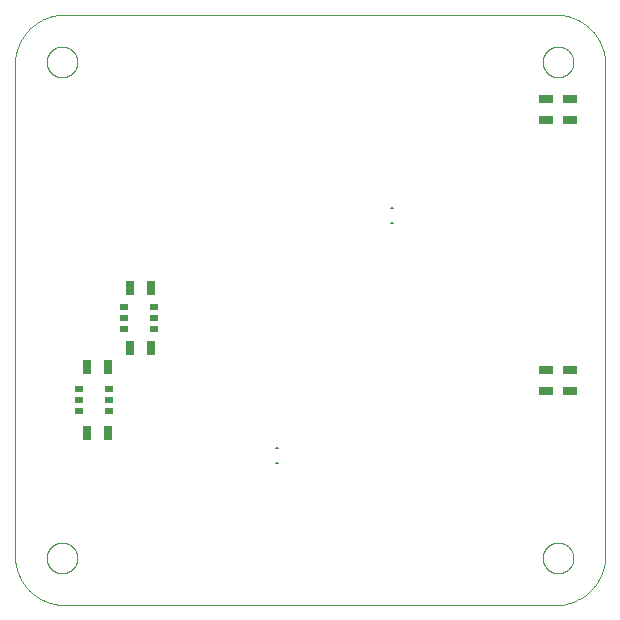
<source format=gtp>
G75*
%MOIN*%
%OFA0B0*%
%FSLAX25Y25*%
%IPPOS*%
%LPD*%
%AMOC8*
5,1,8,0,0,1.08239X$1,22.5*
%
%ADD10C,0.00000*%
%ADD11R,0.03150X0.02008*%
%ADD12R,0.03150X0.04724*%
%ADD13R,0.04724X0.03150*%
%ADD14C,0.00800*%
D10*
X0001000Y0017703D02*
X0001000Y0181147D01*
X0011630Y0182102D02*
X0011632Y0182245D01*
X0011638Y0182388D01*
X0011648Y0182530D01*
X0011662Y0182672D01*
X0011680Y0182814D01*
X0011702Y0182956D01*
X0011727Y0183096D01*
X0011757Y0183236D01*
X0011791Y0183375D01*
X0011828Y0183513D01*
X0011870Y0183650D01*
X0011915Y0183785D01*
X0011964Y0183919D01*
X0012016Y0184052D01*
X0012072Y0184184D01*
X0012132Y0184313D01*
X0012196Y0184441D01*
X0012263Y0184568D01*
X0012334Y0184692D01*
X0012408Y0184814D01*
X0012485Y0184934D01*
X0012566Y0185052D01*
X0012650Y0185168D01*
X0012737Y0185281D01*
X0012827Y0185392D01*
X0012921Y0185500D01*
X0013017Y0185606D01*
X0013116Y0185708D01*
X0013219Y0185808D01*
X0013323Y0185905D01*
X0013431Y0186000D01*
X0013541Y0186091D01*
X0013654Y0186179D01*
X0013769Y0186263D01*
X0013886Y0186345D01*
X0014006Y0186423D01*
X0014127Y0186498D01*
X0014251Y0186570D01*
X0014377Y0186638D01*
X0014504Y0186702D01*
X0014634Y0186763D01*
X0014765Y0186820D01*
X0014897Y0186874D01*
X0015031Y0186923D01*
X0015166Y0186970D01*
X0015303Y0187012D01*
X0015441Y0187050D01*
X0015579Y0187085D01*
X0015719Y0187115D01*
X0015859Y0187142D01*
X0016000Y0187165D01*
X0016142Y0187184D01*
X0016284Y0187199D01*
X0016427Y0187210D01*
X0016569Y0187217D01*
X0016712Y0187220D01*
X0016855Y0187219D01*
X0016998Y0187214D01*
X0017141Y0187205D01*
X0017283Y0187192D01*
X0017425Y0187175D01*
X0017566Y0187154D01*
X0017707Y0187129D01*
X0017847Y0187101D01*
X0017986Y0187068D01*
X0018124Y0187031D01*
X0018261Y0186991D01*
X0018397Y0186947D01*
X0018532Y0186899D01*
X0018665Y0186847D01*
X0018797Y0186792D01*
X0018927Y0186733D01*
X0019056Y0186670D01*
X0019182Y0186604D01*
X0019307Y0186534D01*
X0019430Y0186461D01*
X0019550Y0186385D01*
X0019669Y0186305D01*
X0019785Y0186221D01*
X0019899Y0186135D01*
X0020010Y0186045D01*
X0020119Y0185953D01*
X0020225Y0185857D01*
X0020329Y0185759D01*
X0020430Y0185657D01*
X0020527Y0185553D01*
X0020622Y0185446D01*
X0020714Y0185337D01*
X0020803Y0185225D01*
X0020889Y0185110D01*
X0020971Y0184994D01*
X0021050Y0184874D01*
X0021126Y0184753D01*
X0021198Y0184630D01*
X0021267Y0184505D01*
X0021332Y0184378D01*
X0021394Y0184249D01*
X0021452Y0184118D01*
X0021507Y0183986D01*
X0021557Y0183852D01*
X0021604Y0183717D01*
X0021648Y0183581D01*
X0021687Y0183444D01*
X0021722Y0183305D01*
X0021754Y0183166D01*
X0021782Y0183026D01*
X0021806Y0182885D01*
X0021826Y0182743D01*
X0021842Y0182601D01*
X0021854Y0182459D01*
X0021862Y0182316D01*
X0021866Y0182173D01*
X0021866Y0182031D01*
X0021862Y0181888D01*
X0021854Y0181745D01*
X0021842Y0181603D01*
X0021826Y0181461D01*
X0021806Y0181319D01*
X0021782Y0181178D01*
X0021754Y0181038D01*
X0021722Y0180899D01*
X0021687Y0180760D01*
X0021648Y0180623D01*
X0021604Y0180487D01*
X0021557Y0180352D01*
X0021507Y0180218D01*
X0021452Y0180086D01*
X0021394Y0179955D01*
X0021332Y0179826D01*
X0021267Y0179699D01*
X0021198Y0179574D01*
X0021126Y0179451D01*
X0021050Y0179330D01*
X0020971Y0179210D01*
X0020889Y0179094D01*
X0020803Y0178979D01*
X0020714Y0178867D01*
X0020622Y0178758D01*
X0020527Y0178651D01*
X0020430Y0178547D01*
X0020329Y0178445D01*
X0020225Y0178347D01*
X0020119Y0178251D01*
X0020010Y0178159D01*
X0019899Y0178069D01*
X0019785Y0177983D01*
X0019669Y0177899D01*
X0019550Y0177819D01*
X0019430Y0177743D01*
X0019307Y0177670D01*
X0019182Y0177600D01*
X0019056Y0177534D01*
X0018927Y0177471D01*
X0018797Y0177412D01*
X0018665Y0177357D01*
X0018532Y0177305D01*
X0018397Y0177257D01*
X0018261Y0177213D01*
X0018124Y0177173D01*
X0017986Y0177136D01*
X0017847Y0177103D01*
X0017707Y0177075D01*
X0017566Y0177050D01*
X0017425Y0177029D01*
X0017283Y0177012D01*
X0017141Y0176999D01*
X0016998Y0176990D01*
X0016855Y0176985D01*
X0016712Y0176984D01*
X0016569Y0176987D01*
X0016427Y0176994D01*
X0016284Y0177005D01*
X0016142Y0177020D01*
X0016000Y0177039D01*
X0015859Y0177062D01*
X0015719Y0177089D01*
X0015579Y0177119D01*
X0015441Y0177154D01*
X0015303Y0177192D01*
X0015166Y0177234D01*
X0015031Y0177281D01*
X0014897Y0177330D01*
X0014765Y0177384D01*
X0014634Y0177441D01*
X0014504Y0177502D01*
X0014377Y0177566D01*
X0014251Y0177634D01*
X0014127Y0177706D01*
X0014006Y0177781D01*
X0013886Y0177859D01*
X0013769Y0177941D01*
X0013654Y0178025D01*
X0013541Y0178113D01*
X0013431Y0178204D01*
X0013323Y0178299D01*
X0013219Y0178396D01*
X0013116Y0178496D01*
X0013017Y0178598D01*
X0012921Y0178704D01*
X0012827Y0178812D01*
X0012737Y0178923D01*
X0012650Y0179036D01*
X0012566Y0179152D01*
X0012485Y0179270D01*
X0012408Y0179390D01*
X0012334Y0179512D01*
X0012263Y0179636D01*
X0012196Y0179763D01*
X0012132Y0179891D01*
X0012072Y0180020D01*
X0012016Y0180152D01*
X0011964Y0180285D01*
X0011915Y0180419D01*
X0011870Y0180554D01*
X0011828Y0180691D01*
X0011791Y0180829D01*
X0011757Y0180968D01*
X0011727Y0181108D01*
X0011702Y0181248D01*
X0011680Y0181390D01*
X0011662Y0181532D01*
X0011648Y0181674D01*
X0011638Y0181816D01*
X0011632Y0181959D01*
X0011630Y0182102D01*
X0001000Y0181147D02*
X0001005Y0181557D01*
X0001020Y0181967D01*
X0001045Y0182376D01*
X0001080Y0182784D01*
X0001126Y0183192D01*
X0001181Y0183598D01*
X0001246Y0184003D01*
X0001321Y0184406D01*
X0001406Y0184807D01*
X0001501Y0185205D01*
X0001605Y0185602D01*
X0001719Y0185996D01*
X0001843Y0186386D01*
X0001976Y0186774D01*
X0002119Y0187158D01*
X0002271Y0187539D01*
X0002433Y0187916D01*
X0002604Y0188288D01*
X0002783Y0188657D01*
X0002972Y0189021D01*
X0003170Y0189380D01*
X0003376Y0189734D01*
X0003591Y0190083D01*
X0003815Y0190427D01*
X0004047Y0190765D01*
X0004287Y0191097D01*
X0004535Y0191423D01*
X0004791Y0191743D01*
X0005055Y0192057D01*
X0005327Y0192364D01*
X0005606Y0192664D01*
X0005892Y0192958D01*
X0006186Y0193244D01*
X0006486Y0193523D01*
X0006793Y0193795D01*
X0007107Y0194059D01*
X0007427Y0194315D01*
X0007753Y0194563D01*
X0008085Y0194803D01*
X0008423Y0195035D01*
X0008767Y0195259D01*
X0009116Y0195474D01*
X0009470Y0195680D01*
X0009829Y0195878D01*
X0010193Y0196067D01*
X0010562Y0196246D01*
X0010934Y0196417D01*
X0011311Y0196579D01*
X0011692Y0196731D01*
X0012076Y0196874D01*
X0012464Y0197007D01*
X0012854Y0197131D01*
X0013248Y0197245D01*
X0013645Y0197349D01*
X0014043Y0197444D01*
X0014444Y0197529D01*
X0014847Y0197604D01*
X0015252Y0197669D01*
X0015658Y0197724D01*
X0016066Y0197770D01*
X0016474Y0197805D01*
X0016883Y0197830D01*
X0017293Y0197845D01*
X0017703Y0197850D01*
X0181147Y0197850D01*
X0176984Y0182102D02*
X0176986Y0182245D01*
X0176992Y0182388D01*
X0177002Y0182530D01*
X0177016Y0182672D01*
X0177034Y0182814D01*
X0177056Y0182956D01*
X0177081Y0183096D01*
X0177111Y0183236D01*
X0177145Y0183375D01*
X0177182Y0183513D01*
X0177224Y0183650D01*
X0177269Y0183785D01*
X0177318Y0183919D01*
X0177370Y0184052D01*
X0177426Y0184184D01*
X0177486Y0184313D01*
X0177550Y0184441D01*
X0177617Y0184568D01*
X0177688Y0184692D01*
X0177762Y0184814D01*
X0177839Y0184934D01*
X0177920Y0185052D01*
X0178004Y0185168D01*
X0178091Y0185281D01*
X0178181Y0185392D01*
X0178275Y0185500D01*
X0178371Y0185606D01*
X0178470Y0185708D01*
X0178573Y0185808D01*
X0178677Y0185905D01*
X0178785Y0186000D01*
X0178895Y0186091D01*
X0179008Y0186179D01*
X0179123Y0186263D01*
X0179240Y0186345D01*
X0179360Y0186423D01*
X0179481Y0186498D01*
X0179605Y0186570D01*
X0179731Y0186638D01*
X0179858Y0186702D01*
X0179988Y0186763D01*
X0180119Y0186820D01*
X0180251Y0186874D01*
X0180385Y0186923D01*
X0180520Y0186970D01*
X0180657Y0187012D01*
X0180795Y0187050D01*
X0180933Y0187085D01*
X0181073Y0187115D01*
X0181213Y0187142D01*
X0181354Y0187165D01*
X0181496Y0187184D01*
X0181638Y0187199D01*
X0181781Y0187210D01*
X0181923Y0187217D01*
X0182066Y0187220D01*
X0182209Y0187219D01*
X0182352Y0187214D01*
X0182495Y0187205D01*
X0182637Y0187192D01*
X0182779Y0187175D01*
X0182920Y0187154D01*
X0183061Y0187129D01*
X0183201Y0187101D01*
X0183340Y0187068D01*
X0183478Y0187031D01*
X0183615Y0186991D01*
X0183751Y0186947D01*
X0183886Y0186899D01*
X0184019Y0186847D01*
X0184151Y0186792D01*
X0184281Y0186733D01*
X0184410Y0186670D01*
X0184536Y0186604D01*
X0184661Y0186534D01*
X0184784Y0186461D01*
X0184904Y0186385D01*
X0185023Y0186305D01*
X0185139Y0186221D01*
X0185253Y0186135D01*
X0185364Y0186045D01*
X0185473Y0185953D01*
X0185579Y0185857D01*
X0185683Y0185759D01*
X0185784Y0185657D01*
X0185881Y0185553D01*
X0185976Y0185446D01*
X0186068Y0185337D01*
X0186157Y0185225D01*
X0186243Y0185110D01*
X0186325Y0184994D01*
X0186404Y0184874D01*
X0186480Y0184753D01*
X0186552Y0184630D01*
X0186621Y0184505D01*
X0186686Y0184378D01*
X0186748Y0184249D01*
X0186806Y0184118D01*
X0186861Y0183986D01*
X0186911Y0183852D01*
X0186958Y0183717D01*
X0187002Y0183581D01*
X0187041Y0183444D01*
X0187076Y0183305D01*
X0187108Y0183166D01*
X0187136Y0183026D01*
X0187160Y0182885D01*
X0187180Y0182743D01*
X0187196Y0182601D01*
X0187208Y0182459D01*
X0187216Y0182316D01*
X0187220Y0182173D01*
X0187220Y0182031D01*
X0187216Y0181888D01*
X0187208Y0181745D01*
X0187196Y0181603D01*
X0187180Y0181461D01*
X0187160Y0181319D01*
X0187136Y0181178D01*
X0187108Y0181038D01*
X0187076Y0180899D01*
X0187041Y0180760D01*
X0187002Y0180623D01*
X0186958Y0180487D01*
X0186911Y0180352D01*
X0186861Y0180218D01*
X0186806Y0180086D01*
X0186748Y0179955D01*
X0186686Y0179826D01*
X0186621Y0179699D01*
X0186552Y0179574D01*
X0186480Y0179451D01*
X0186404Y0179330D01*
X0186325Y0179210D01*
X0186243Y0179094D01*
X0186157Y0178979D01*
X0186068Y0178867D01*
X0185976Y0178758D01*
X0185881Y0178651D01*
X0185784Y0178547D01*
X0185683Y0178445D01*
X0185579Y0178347D01*
X0185473Y0178251D01*
X0185364Y0178159D01*
X0185253Y0178069D01*
X0185139Y0177983D01*
X0185023Y0177899D01*
X0184904Y0177819D01*
X0184784Y0177743D01*
X0184661Y0177670D01*
X0184536Y0177600D01*
X0184410Y0177534D01*
X0184281Y0177471D01*
X0184151Y0177412D01*
X0184019Y0177357D01*
X0183886Y0177305D01*
X0183751Y0177257D01*
X0183615Y0177213D01*
X0183478Y0177173D01*
X0183340Y0177136D01*
X0183201Y0177103D01*
X0183061Y0177075D01*
X0182920Y0177050D01*
X0182779Y0177029D01*
X0182637Y0177012D01*
X0182495Y0176999D01*
X0182352Y0176990D01*
X0182209Y0176985D01*
X0182066Y0176984D01*
X0181923Y0176987D01*
X0181781Y0176994D01*
X0181638Y0177005D01*
X0181496Y0177020D01*
X0181354Y0177039D01*
X0181213Y0177062D01*
X0181073Y0177089D01*
X0180933Y0177119D01*
X0180795Y0177154D01*
X0180657Y0177192D01*
X0180520Y0177234D01*
X0180385Y0177281D01*
X0180251Y0177330D01*
X0180119Y0177384D01*
X0179988Y0177441D01*
X0179858Y0177502D01*
X0179731Y0177566D01*
X0179605Y0177634D01*
X0179481Y0177706D01*
X0179360Y0177781D01*
X0179240Y0177859D01*
X0179123Y0177941D01*
X0179008Y0178025D01*
X0178895Y0178113D01*
X0178785Y0178204D01*
X0178677Y0178299D01*
X0178573Y0178396D01*
X0178470Y0178496D01*
X0178371Y0178598D01*
X0178275Y0178704D01*
X0178181Y0178812D01*
X0178091Y0178923D01*
X0178004Y0179036D01*
X0177920Y0179152D01*
X0177839Y0179270D01*
X0177762Y0179390D01*
X0177688Y0179512D01*
X0177617Y0179636D01*
X0177550Y0179763D01*
X0177486Y0179891D01*
X0177426Y0180020D01*
X0177370Y0180152D01*
X0177318Y0180285D01*
X0177269Y0180419D01*
X0177224Y0180554D01*
X0177182Y0180691D01*
X0177145Y0180829D01*
X0177111Y0180968D01*
X0177081Y0181108D01*
X0177056Y0181248D01*
X0177034Y0181390D01*
X0177016Y0181532D01*
X0177002Y0181674D01*
X0176992Y0181816D01*
X0176986Y0181959D01*
X0176984Y0182102D01*
X0181147Y0197850D02*
X0181551Y0197845D01*
X0181954Y0197830D01*
X0182357Y0197806D01*
X0182759Y0197772D01*
X0183160Y0197728D01*
X0183560Y0197675D01*
X0183959Y0197612D01*
X0184356Y0197539D01*
X0184751Y0197456D01*
X0185144Y0197365D01*
X0185535Y0197263D01*
X0185923Y0197153D01*
X0186309Y0197032D01*
X0186691Y0196903D01*
X0187070Y0196765D01*
X0187446Y0196617D01*
X0187818Y0196460D01*
X0188186Y0196295D01*
X0188550Y0196120D01*
X0188909Y0195937D01*
X0189264Y0195745D01*
X0189615Y0195544D01*
X0189960Y0195336D01*
X0190300Y0195119D01*
X0190635Y0194893D01*
X0190965Y0194660D01*
X0191288Y0194419D01*
X0191606Y0194170D01*
X0191918Y0193913D01*
X0192223Y0193649D01*
X0192522Y0193378D01*
X0192814Y0193100D01*
X0193100Y0192814D01*
X0193378Y0192522D01*
X0193649Y0192223D01*
X0193913Y0191918D01*
X0194170Y0191606D01*
X0194419Y0191288D01*
X0194660Y0190965D01*
X0194893Y0190635D01*
X0195119Y0190300D01*
X0195336Y0189960D01*
X0195544Y0189615D01*
X0195745Y0189264D01*
X0195937Y0188909D01*
X0196120Y0188550D01*
X0196295Y0188186D01*
X0196460Y0187818D01*
X0196617Y0187446D01*
X0196765Y0187070D01*
X0196903Y0186691D01*
X0197032Y0186309D01*
X0197153Y0185923D01*
X0197263Y0185535D01*
X0197365Y0185144D01*
X0197456Y0184751D01*
X0197539Y0184356D01*
X0197612Y0183959D01*
X0197675Y0183560D01*
X0197728Y0183160D01*
X0197772Y0182759D01*
X0197806Y0182357D01*
X0197830Y0181954D01*
X0197845Y0181551D01*
X0197850Y0181147D01*
X0197850Y0017703D01*
X0176984Y0016748D02*
X0176986Y0016891D01*
X0176992Y0017034D01*
X0177002Y0017176D01*
X0177016Y0017318D01*
X0177034Y0017460D01*
X0177056Y0017602D01*
X0177081Y0017742D01*
X0177111Y0017882D01*
X0177145Y0018021D01*
X0177182Y0018159D01*
X0177224Y0018296D01*
X0177269Y0018431D01*
X0177318Y0018565D01*
X0177370Y0018698D01*
X0177426Y0018830D01*
X0177486Y0018959D01*
X0177550Y0019087D01*
X0177617Y0019214D01*
X0177688Y0019338D01*
X0177762Y0019460D01*
X0177839Y0019580D01*
X0177920Y0019698D01*
X0178004Y0019814D01*
X0178091Y0019927D01*
X0178181Y0020038D01*
X0178275Y0020146D01*
X0178371Y0020252D01*
X0178470Y0020354D01*
X0178573Y0020454D01*
X0178677Y0020551D01*
X0178785Y0020646D01*
X0178895Y0020737D01*
X0179008Y0020825D01*
X0179123Y0020909D01*
X0179240Y0020991D01*
X0179360Y0021069D01*
X0179481Y0021144D01*
X0179605Y0021216D01*
X0179731Y0021284D01*
X0179858Y0021348D01*
X0179988Y0021409D01*
X0180119Y0021466D01*
X0180251Y0021520D01*
X0180385Y0021569D01*
X0180520Y0021616D01*
X0180657Y0021658D01*
X0180795Y0021696D01*
X0180933Y0021731D01*
X0181073Y0021761D01*
X0181213Y0021788D01*
X0181354Y0021811D01*
X0181496Y0021830D01*
X0181638Y0021845D01*
X0181781Y0021856D01*
X0181923Y0021863D01*
X0182066Y0021866D01*
X0182209Y0021865D01*
X0182352Y0021860D01*
X0182495Y0021851D01*
X0182637Y0021838D01*
X0182779Y0021821D01*
X0182920Y0021800D01*
X0183061Y0021775D01*
X0183201Y0021747D01*
X0183340Y0021714D01*
X0183478Y0021677D01*
X0183615Y0021637D01*
X0183751Y0021593D01*
X0183886Y0021545D01*
X0184019Y0021493D01*
X0184151Y0021438D01*
X0184281Y0021379D01*
X0184410Y0021316D01*
X0184536Y0021250D01*
X0184661Y0021180D01*
X0184784Y0021107D01*
X0184904Y0021031D01*
X0185023Y0020951D01*
X0185139Y0020867D01*
X0185253Y0020781D01*
X0185364Y0020691D01*
X0185473Y0020599D01*
X0185579Y0020503D01*
X0185683Y0020405D01*
X0185784Y0020303D01*
X0185881Y0020199D01*
X0185976Y0020092D01*
X0186068Y0019983D01*
X0186157Y0019871D01*
X0186243Y0019756D01*
X0186325Y0019640D01*
X0186404Y0019520D01*
X0186480Y0019399D01*
X0186552Y0019276D01*
X0186621Y0019151D01*
X0186686Y0019024D01*
X0186748Y0018895D01*
X0186806Y0018764D01*
X0186861Y0018632D01*
X0186911Y0018498D01*
X0186958Y0018363D01*
X0187002Y0018227D01*
X0187041Y0018090D01*
X0187076Y0017951D01*
X0187108Y0017812D01*
X0187136Y0017672D01*
X0187160Y0017531D01*
X0187180Y0017389D01*
X0187196Y0017247D01*
X0187208Y0017105D01*
X0187216Y0016962D01*
X0187220Y0016819D01*
X0187220Y0016677D01*
X0187216Y0016534D01*
X0187208Y0016391D01*
X0187196Y0016249D01*
X0187180Y0016107D01*
X0187160Y0015965D01*
X0187136Y0015824D01*
X0187108Y0015684D01*
X0187076Y0015545D01*
X0187041Y0015406D01*
X0187002Y0015269D01*
X0186958Y0015133D01*
X0186911Y0014998D01*
X0186861Y0014864D01*
X0186806Y0014732D01*
X0186748Y0014601D01*
X0186686Y0014472D01*
X0186621Y0014345D01*
X0186552Y0014220D01*
X0186480Y0014097D01*
X0186404Y0013976D01*
X0186325Y0013856D01*
X0186243Y0013740D01*
X0186157Y0013625D01*
X0186068Y0013513D01*
X0185976Y0013404D01*
X0185881Y0013297D01*
X0185784Y0013193D01*
X0185683Y0013091D01*
X0185579Y0012993D01*
X0185473Y0012897D01*
X0185364Y0012805D01*
X0185253Y0012715D01*
X0185139Y0012629D01*
X0185023Y0012545D01*
X0184904Y0012465D01*
X0184784Y0012389D01*
X0184661Y0012316D01*
X0184536Y0012246D01*
X0184410Y0012180D01*
X0184281Y0012117D01*
X0184151Y0012058D01*
X0184019Y0012003D01*
X0183886Y0011951D01*
X0183751Y0011903D01*
X0183615Y0011859D01*
X0183478Y0011819D01*
X0183340Y0011782D01*
X0183201Y0011749D01*
X0183061Y0011721D01*
X0182920Y0011696D01*
X0182779Y0011675D01*
X0182637Y0011658D01*
X0182495Y0011645D01*
X0182352Y0011636D01*
X0182209Y0011631D01*
X0182066Y0011630D01*
X0181923Y0011633D01*
X0181781Y0011640D01*
X0181638Y0011651D01*
X0181496Y0011666D01*
X0181354Y0011685D01*
X0181213Y0011708D01*
X0181073Y0011735D01*
X0180933Y0011765D01*
X0180795Y0011800D01*
X0180657Y0011838D01*
X0180520Y0011880D01*
X0180385Y0011927D01*
X0180251Y0011976D01*
X0180119Y0012030D01*
X0179988Y0012087D01*
X0179858Y0012148D01*
X0179731Y0012212D01*
X0179605Y0012280D01*
X0179481Y0012352D01*
X0179360Y0012427D01*
X0179240Y0012505D01*
X0179123Y0012587D01*
X0179008Y0012671D01*
X0178895Y0012759D01*
X0178785Y0012850D01*
X0178677Y0012945D01*
X0178573Y0013042D01*
X0178470Y0013142D01*
X0178371Y0013244D01*
X0178275Y0013350D01*
X0178181Y0013458D01*
X0178091Y0013569D01*
X0178004Y0013682D01*
X0177920Y0013798D01*
X0177839Y0013916D01*
X0177762Y0014036D01*
X0177688Y0014158D01*
X0177617Y0014282D01*
X0177550Y0014409D01*
X0177486Y0014537D01*
X0177426Y0014666D01*
X0177370Y0014798D01*
X0177318Y0014931D01*
X0177269Y0015065D01*
X0177224Y0015200D01*
X0177182Y0015337D01*
X0177145Y0015475D01*
X0177111Y0015614D01*
X0177081Y0015754D01*
X0177056Y0015894D01*
X0177034Y0016036D01*
X0177016Y0016178D01*
X0177002Y0016320D01*
X0176992Y0016462D01*
X0176986Y0016605D01*
X0176984Y0016748D01*
X0181147Y0001000D02*
X0181551Y0001005D01*
X0181954Y0001020D01*
X0182357Y0001044D01*
X0182759Y0001078D01*
X0183160Y0001122D01*
X0183560Y0001175D01*
X0183959Y0001238D01*
X0184356Y0001311D01*
X0184751Y0001394D01*
X0185144Y0001485D01*
X0185535Y0001587D01*
X0185923Y0001697D01*
X0186309Y0001818D01*
X0186691Y0001947D01*
X0187070Y0002085D01*
X0187446Y0002233D01*
X0187818Y0002390D01*
X0188186Y0002555D01*
X0188550Y0002730D01*
X0188909Y0002913D01*
X0189264Y0003105D01*
X0189615Y0003306D01*
X0189960Y0003514D01*
X0190300Y0003731D01*
X0190635Y0003957D01*
X0190965Y0004190D01*
X0191288Y0004431D01*
X0191606Y0004680D01*
X0191918Y0004937D01*
X0192223Y0005201D01*
X0192522Y0005472D01*
X0192814Y0005750D01*
X0193100Y0006036D01*
X0193378Y0006328D01*
X0193649Y0006627D01*
X0193913Y0006932D01*
X0194170Y0007244D01*
X0194419Y0007562D01*
X0194660Y0007885D01*
X0194893Y0008215D01*
X0195119Y0008550D01*
X0195336Y0008890D01*
X0195544Y0009235D01*
X0195745Y0009586D01*
X0195937Y0009941D01*
X0196120Y0010300D01*
X0196295Y0010664D01*
X0196460Y0011032D01*
X0196617Y0011404D01*
X0196765Y0011780D01*
X0196903Y0012159D01*
X0197032Y0012541D01*
X0197153Y0012927D01*
X0197263Y0013315D01*
X0197365Y0013706D01*
X0197456Y0014099D01*
X0197539Y0014494D01*
X0197612Y0014891D01*
X0197675Y0015290D01*
X0197728Y0015690D01*
X0197772Y0016091D01*
X0197806Y0016493D01*
X0197830Y0016896D01*
X0197845Y0017299D01*
X0197850Y0017703D01*
X0181147Y0001000D02*
X0017703Y0001000D01*
X0011630Y0016748D02*
X0011632Y0016891D01*
X0011638Y0017034D01*
X0011648Y0017176D01*
X0011662Y0017318D01*
X0011680Y0017460D01*
X0011702Y0017602D01*
X0011727Y0017742D01*
X0011757Y0017882D01*
X0011791Y0018021D01*
X0011828Y0018159D01*
X0011870Y0018296D01*
X0011915Y0018431D01*
X0011964Y0018565D01*
X0012016Y0018698D01*
X0012072Y0018830D01*
X0012132Y0018959D01*
X0012196Y0019087D01*
X0012263Y0019214D01*
X0012334Y0019338D01*
X0012408Y0019460D01*
X0012485Y0019580D01*
X0012566Y0019698D01*
X0012650Y0019814D01*
X0012737Y0019927D01*
X0012827Y0020038D01*
X0012921Y0020146D01*
X0013017Y0020252D01*
X0013116Y0020354D01*
X0013219Y0020454D01*
X0013323Y0020551D01*
X0013431Y0020646D01*
X0013541Y0020737D01*
X0013654Y0020825D01*
X0013769Y0020909D01*
X0013886Y0020991D01*
X0014006Y0021069D01*
X0014127Y0021144D01*
X0014251Y0021216D01*
X0014377Y0021284D01*
X0014504Y0021348D01*
X0014634Y0021409D01*
X0014765Y0021466D01*
X0014897Y0021520D01*
X0015031Y0021569D01*
X0015166Y0021616D01*
X0015303Y0021658D01*
X0015441Y0021696D01*
X0015579Y0021731D01*
X0015719Y0021761D01*
X0015859Y0021788D01*
X0016000Y0021811D01*
X0016142Y0021830D01*
X0016284Y0021845D01*
X0016427Y0021856D01*
X0016569Y0021863D01*
X0016712Y0021866D01*
X0016855Y0021865D01*
X0016998Y0021860D01*
X0017141Y0021851D01*
X0017283Y0021838D01*
X0017425Y0021821D01*
X0017566Y0021800D01*
X0017707Y0021775D01*
X0017847Y0021747D01*
X0017986Y0021714D01*
X0018124Y0021677D01*
X0018261Y0021637D01*
X0018397Y0021593D01*
X0018532Y0021545D01*
X0018665Y0021493D01*
X0018797Y0021438D01*
X0018927Y0021379D01*
X0019056Y0021316D01*
X0019182Y0021250D01*
X0019307Y0021180D01*
X0019430Y0021107D01*
X0019550Y0021031D01*
X0019669Y0020951D01*
X0019785Y0020867D01*
X0019899Y0020781D01*
X0020010Y0020691D01*
X0020119Y0020599D01*
X0020225Y0020503D01*
X0020329Y0020405D01*
X0020430Y0020303D01*
X0020527Y0020199D01*
X0020622Y0020092D01*
X0020714Y0019983D01*
X0020803Y0019871D01*
X0020889Y0019756D01*
X0020971Y0019640D01*
X0021050Y0019520D01*
X0021126Y0019399D01*
X0021198Y0019276D01*
X0021267Y0019151D01*
X0021332Y0019024D01*
X0021394Y0018895D01*
X0021452Y0018764D01*
X0021507Y0018632D01*
X0021557Y0018498D01*
X0021604Y0018363D01*
X0021648Y0018227D01*
X0021687Y0018090D01*
X0021722Y0017951D01*
X0021754Y0017812D01*
X0021782Y0017672D01*
X0021806Y0017531D01*
X0021826Y0017389D01*
X0021842Y0017247D01*
X0021854Y0017105D01*
X0021862Y0016962D01*
X0021866Y0016819D01*
X0021866Y0016677D01*
X0021862Y0016534D01*
X0021854Y0016391D01*
X0021842Y0016249D01*
X0021826Y0016107D01*
X0021806Y0015965D01*
X0021782Y0015824D01*
X0021754Y0015684D01*
X0021722Y0015545D01*
X0021687Y0015406D01*
X0021648Y0015269D01*
X0021604Y0015133D01*
X0021557Y0014998D01*
X0021507Y0014864D01*
X0021452Y0014732D01*
X0021394Y0014601D01*
X0021332Y0014472D01*
X0021267Y0014345D01*
X0021198Y0014220D01*
X0021126Y0014097D01*
X0021050Y0013976D01*
X0020971Y0013856D01*
X0020889Y0013740D01*
X0020803Y0013625D01*
X0020714Y0013513D01*
X0020622Y0013404D01*
X0020527Y0013297D01*
X0020430Y0013193D01*
X0020329Y0013091D01*
X0020225Y0012993D01*
X0020119Y0012897D01*
X0020010Y0012805D01*
X0019899Y0012715D01*
X0019785Y0012629D01*
X0019669Y0012545D01*
X0019550Y0012465D01*
X0019430Y0012389D01*
X0019307Y0012316D01*
X0019182Y0012246D01*
X0019056Y0012180D01*
X0018927Y0012117D01*
X0018797Y0012058D01*
X0018665Y0012003D01*
X0018532Y0011951D01*
X0018397Y0011903D01*
X0018261Y0011859D01*
X0018124Y0011819D01*
X0017986Y0011782D01*
X0017847Y0011749D01*
X0017707Y0011721D01*
X0017566Y0011696D01*
X0017425Y0011675D01*
X0017283Y0011658D01*
X0017141Y0011645D01*
X0016998Y0011636D01*
X0016855Y0011631D01*
X0016712Y0011630D01*
X0016569Y0011633D01*
X0016427Y0011640D01*
X0016284Y0011651D01*
X0016142Y0011666D01*
X0016000Y0011685D01*
X0015859Y0011708D01*
X0015719Y0011735D01*
X0015579Y0011765D01*
X0015441Y0011800D01*
X0015303Y0011838D01*
X0015166Y0011880D01*
X0015031Y0011927D01*
X0014897Y0011976D01*
X0014765Y0012030D01*
X0014634Y0012087D01*
X0014504Y0012148D01*
X0014377Y0012212D01*
X0014251Y0012280D01*
X0014127Y0012352D01*
X0014006Y0012427D01*
X0013886Y0012505D01*
X0013769Y0012587D01*
X0013654Y0012671D01*
X0013541Y0012759D01*
X0013431Y0012850D01*
X0013323Y0012945D01*
X0013219Y0013042D01*
X0013116Y0013142D01*
X0013017Y0013244D01*
X0012921Y0013350D01*
X0012827Y0013458D01*
X0012737Y0013569D01*
X0012650Y0013682D01*
X0012566Y0013798D01*
X0012485Y0013916D01*
X0012408Y0014036D01*
X0012334Y0014158D01*
X0012263Y0014282D01*
X0012196Y0014409D01*
X0012132Y0014537D01*
X0012072Y0014666D01*
X0012016Y0014798D01*
X0011964Y0014931D01*
X0011915Y0015065D01*
X0011870Y0015200D01*
X0011828Y0015337D01*
X0011791Y0015475D01*
X0011757Y0015614D01*
X0011727Y0015754D01*
X0011702Y0015894D01*
X0011680Y0016036D01*
X0011662Y0016178D01*
X0011648Y0016320D01*
X0011638Y0016462D01*
X0011632Y0016605D01*
X0011630Y0016748D01*
X0001000Y0017703D02*
X0001005Y0017293D01*
X0001020Y0016883D01*
X0001045Y0016474D01*
X0001080Y0016066D01*
X0001126Y0015658D01*
X0001181Y0015252D01*
X0001246Y0014847D01*
X0001321Y0014444D01*
X0001406Y0014043D01*
X0001501Y0013645D01*
X0001605Y0013248D01*
X0001719Y0012854D01*
X0001843Y0012464D01*
X0001976Y0012076D01*
X0002119Y0011692D01*
X0002271Y0011311D01*
X0002433Y0010934D01*
X0002604Y0010562D01*
X0002783Y0010193D01*
X0002972Y0009829D01*
X0003170Y0009470D01*
X0003376Y0009116D01*
X0003591Y0008767D01*
X0003815Y0008423D01*
X0004047Y0008085D01*
X0004287Y0007753D01*
X0004535Y0007427D01*
X0004791Y0007107D01*
X0005055Y0006793D01*
X0005327Y0006486D01*
X0005606Y0006186D01*
X0005892Y0005892D01*
X0006186Y0005606D01*
X0006486Y0005327D01*
X0006793Y0005055D01*
X0007107Y0004791D01*
X0007427Y0004535D01*
X0007753Y0004287D01*
X0008085Y0004047D01*
X0008423Y0003815D01*
X0008767Y0003591D01*
X0009116Y0003376D01*
X0009470Y0003170D01*
X0009829Y0002972D01*
X0010193Y0002783D01*
X0010562Y0002604D01*
X0010934Y0002433D01*
X0011311Y0002271D01*
X0011692Y0002119D01*
X0012076Y0001976D01*
X0012464Y0001843D01*
X0012854Y0001719D01*
X0013248Y0001605D01*
X0013645Y0001501D01*
X0014043Y0001406D01*
X0014444Y0001321D01*
X0014847Y0001246D01*
X0015252Y0001181D01*
X0015658Y0001126D01*
X0016066Y0001080D01*
X0016474Y0001045D01*
X0016883Y0001020D01*
X0017293Y0001005D01*
X0017703Y0001000D01*
D11*
X0022276Y0065614D03*
X0022276Y0069354D03*
X0022276Y0073094D03*
X0032512Y0073094D03*
X0032512Y0069354D03*
X0032512Y0065614D03*
X0037323Y0092972D03*
X0037323Y0096713D03*
X0037323Y0100453D03*
X0047559Y0100453D03*
X0047559Y0096713D03*
X0047559Y0092972D03*
D12*
X0046472Y0086768D03*
X0039386Y0086768D03*
X0032150Y0080252D03*
X0025063Y0080252D03*
X0025063Y0058346D03*
X0032150Y0058346D03*
X0039386Y0106858D03*
X0046472Y0106858D03*
D13*
X0178165Y0079346D03*
X0178165Y0072260D03*
X0186039Y0072260D03*
X0186039Y0079346D03*
X0186039Y0162811D03*
X0186039Y0169898D03*
X0178165Y0169898D03*
X0178165Y0162811D03*
D14*
X0127211Y0133500D02*
X0126411Y0133500D01*
X0126411Y0128500D02*
X0127211Y0128500D01*
X0088900Y0053500D02*
X0088100Y0053500D01*
X0088100Y0048500D02*
X0088900Y0048500D01*
M02*

</source>
